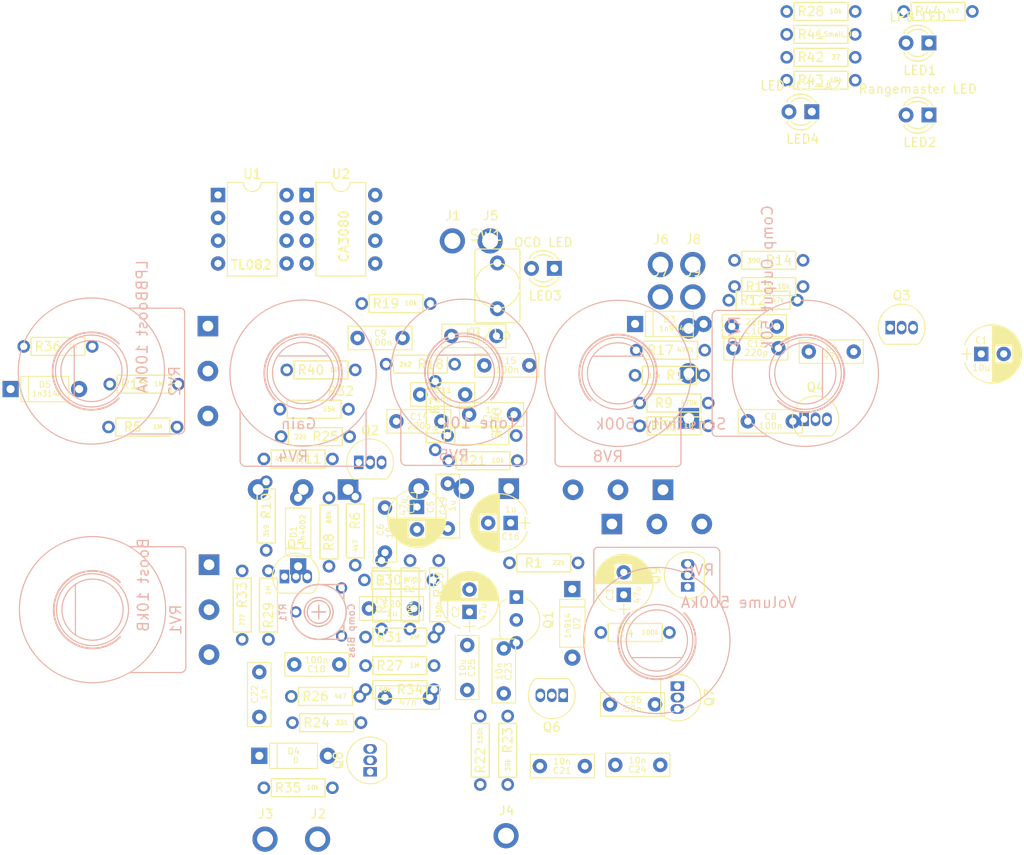
<source format=kicad_pcb>
(kicad_pcb (version 20171130) (host pcbnew "(5.0.1-3-g963ef8bb5)")
  (layers (0 F.Cu signal) (31 B.Cu signal) (34 B.Paste user) (35 F.Paste user) (36 B.SilkS user) (37 F.SilkS user) (38 B.Mask user) (39 F.Mask user) (44 Edge.Cuts user))
  (net 0 "")
  (net 1 +9V)
  (net 2 GND)
  (net 3 "Net-(C5-Pad1)")
  (net 4 "Net-(C6-Pad2)")
  (net 5 /+4.5V)
  (net 6 "Net-(C9-Pad2)")
  (net 7 "Net-(C11-Pad2)")
  (net 8 "Net-(C10-Pad1)")
  (net 9 "Net-(C11-Pad1)")
  (net 10 "Net-(C12-Pad1)")
  (net 11 "Net-(C13-Pad1)")
  (net 12 "Net-(C14-Pad1)")
  (net 13 "Net-(C16-Pad2)")
  (net 14 "Net-(C17-Pad1)")
  (net 15 "Net-(C18-Pad1)")
  (net 16 "Net-(C19-Pad1)")
  (net 17 "Net-(C20-Pad1)")
  (net 18 /+2.5V)
  (net 19 "Net-(C22-Pad2)")
  (net 20 "Net-(C23-Pad2)")
  (net 21 "Net-(C23-Pad1)")
  (net 22 "Net-(C24-Pad1)")
  (net 23 "Net-(C25-Pad1)")
  (net 24 "Net-(Q5-Pad2)")
  (net 25 "Net-(Q9-Pad3)")
  (net 26 "Net-(U2-Pad1)")
  (net 27 "Net-(U2-Pad8)")
  (net 28 /OCD/In)
  (net 29 /Rangemaster/In)
  (net 30 "Net-(C7-Pad1)")
  (net 31 /LPB/In)
  (net 32 "Net-(C8-Pad1)")
  (net 33 "Net-(C9-Pad1)")
  (net 34 "Net-(C14-Pad2)")
  (net 35 "Net-(C15-Pad1)")
  (net 36 "Net-(C17-Pad2)")
  (net 37 /DynaComp.sch/In)
  (net 38 "Net-(C19-Pad2)")
  (net 39 "Net-(C21-Pad1)")
  (net 40 "Net-(C24-Pad2)")
  (net 41 "Net-(C26-Pad1)")
  (net 42 "Net-(D4-Pad1)")
  (net 43 /LPB/SW)
  (net 44 /Rangemaster/SW)
  (net 45 /OCD/SW)
  (net 46 /DynaComp.sch/SW)
  (net 47 /LPB/Out)
  (net 48 "Net-(LED1-Pad1)")
  (net 49 "Net-(LED2-Pad1)")
  (net 50 "Net-(LED3-Pad1)")
  (net 51 "Net-(LED4-Pad1)")
  (net 52 "Net-(Q1-Pad3)")
  (net 53 "Net-(Q2-Pad1)")
  (net 54 "Net-(R16-Pad1)")
  (net 55 "Net-(R20-Pad2)")
  (net 56 "Net-(R21-Pad1)")
  (net 57 "Net-(R24-Pad1)")
  (net 58 "Net-(R30-Pad1)")
  (net 59 "Net-(R40-Pad1)")
  (net 60 "Net-(R42-Pad2)")
  (net 61 "Net-(R42-Pad1)")
  (module 4ms-footprints:Cap_Electrolytic_TH (layer F.Cu) (at 195.072 88.392)
    (fp_text reference C1 (at 0 -1.524) (layer F.SilkS) (effects (font (size 0.7 0.7) (thickness 0.1))))
    (fp_text value 10u (at 0 1.524) (layer F.SilkS) (effects (font (size 0.7 0.7) (thickness 0.1))))
    (pad 1 thru_hole rect (at 0 0) (size 1.6 1.6) (drill 0.8) (layers *.Cu *.Mask) (net 18 /+2.5V))
    (pad 2 thru_hole circle (at 2.5 0) (size 1.6 1.6) (drill 0.8) (layers *.Cu *.Mask) (net 2 GND))
  )
  (module 4ms-footprints:Cap_Electrolytic_TH (layer F.Cu) (at 155.321 115.189 90)
    (fp_text reference C3 (at 0 -1.524 90) (layer F.SilkS) (effects (font (size 0.7 0.7) (thickness 0.1))))
    (fp_text value 47u (at 0 1.524 90) (layer F.SilkS) (effects (font (size 0.7 0.7) (thickness 0.1))))
    (pad 2 thru_hole circle (at 2.5 0 90) (size 1.6 1.6) (drill 0.8) (layers *.Cu *.Mask) (net 2 GND))
    (pad 1 thru_hole rect (at 0 0 90) (size 1.6 1.6) (drill 0.8) (layers *.Cu *.Mask) (net 5 /+4.5V))
  )
  (module 4ms-footprints:Cap_Ceramic_TH (layer F.Cu) (at 175.895 88.138)
    (fp_text reference C4 (at 2.54 -0.508) (layer F.SilkS) (effects (font (size 0.7 0.7) (thickness 0.1))))
    (fp_text value 47n (at 2.54 0.508) (layer F.SilkS) (effects (font (size 0.7 0.7) (thickness 0.1))))
    (pad 2 thru_hole circle (at 5 0) (size 1.6 1.6) (drill 0.8) (layers *.Cu *.Mask) (net 5 /+4.5V))
    (pad 1 thru_hole circle (at 0 0) (size 1.6 1.6) (drill 0.8) (layers *.Cu *.Mask) (net 2 GND))
  )
  (module 4ms-footprints:Cap_Ceramic_TH (layer F.Cu) (at 128.778 110.49 90)
    (fp_text reference C6 (at 2.54 -0.508 90) (layer F.SilkS) (effects (font (size 0.7 0.7) (thickness 0.1))))
    (fp_text value 10n (at 2.54 0.508 90) (layer F.SilkS) (effects (font (size 0.7 0.7) (thickness 0.1))))
    (pad 1 thru_hole circle (at 0 0 90) (size 1.6 1.6) (drill 0.8) (layers *.Cu *.Mask) (net 28 /OCD/In))
    (pad 2 thru_hole circle (at 5 0 90) (size 1.6 1.6) (drill 0.8) (layers *.Cu *.Mask) (net 4 "Net-(C6-Pad2)"))
  )
  (module 4ms-footprints:Cap_Ceramic_TH (layer F.Cu) (at 136.164001 86.389001)
    (fp_text reference C7 (at 2.54 -0.508) (layer F.SilkS) (effects (font (size 0.7 0.7) (thickness 0.1))))
    (fp_text value 5n (at 2.54 0.508) (layer F.SilkS) (effects (font (size 0.7 0.7) (thickness 0.1))))
    (pad 2 thru_hole circle (at 5 0) (size 1.6 1.6) (drill 0.8) (layers *.Cu *.Mask) (net 29 /Rangemaster/In))
    (pad 1 thru_hole circle (at 0 0) (size 1.6 1.6) (drill 0.8) (layers *.Cu *.Mask) (net 30 "Net-(C7-Pad1)"))
  )
  (module 4ms-footprints:Cap_Ceramic_TH (layer F.Cu) (at 125.73 86.614)
    (fp_text reference C9 (at 2.54 -0.508) (layer F.SilkS) (effects (font (size 0.7 0.7) (thickness 0.1))))
    (fp_text value 100n (at 2.54 0.508) (layer F.SilkS) (effects (font (size 0.7 0.7) (thickness 0.1))))
    (pad 2 thru_hole circle (at 5 0) (size 1.6 1.6) (drill 0.8) (layers *.Cu *.Mask) (net 6 "Net-(C9-Pad2)"))
    (pad 1 thru_hole circle (at 0 0) (size 1.6 1.6) (drill 0.8) (layers *.Cu *.Mask) (net 33 "Net-(C9-Pad1)"))
  )
  (module 4ms-footprints:Cap_Ceramic_TH (layer F.Cu) (at 172.339 85.344 180)
    (fp_text reference C10 (at 2.54 -0.508 180) (layer F.SilkS) (effects (font (size 0.7 0.7) (thickness 0.1))))
    (fp_text value 22n (at 2.54 0.508 180) (layer F.SilkS) (effects (font (size 0.7 0.7) (thickness 0.1))))
    (pad 1 thru_hole circle (at 0 0 180) (size 1.6 1.6) (drill 0.8) (layers *.Cu *.Mask) (net 8 "Net-(C10-Pad1)"))
    (pad 2 thru_hole circle (at 5 0 180) (size 1.6 1.6) (drill 0.8) (layers *.Cu *.Mask) (net 28 /OCD/In))
  )
  (module 4ms-footprints:Cap_Ceramic_TH (layer F.Cu) (at 132.687001 92.906001)
    (fp_text reference C11 (at 2.54 -0.508) (layer F.SilkS) (effects (font (size 0.7 0.7) (thickness 0.1))))
    (fp_text value 68n (at 2.54 0.508) (layer F.SilkS) (effects (font (size 0.7 0.7) (thickness 0.1))))
    (pad 1 thru_hole circle (at 0 0) (size 1.6 1.6) (drill 0.8) (layers *.Cu *.Mask) (net 9 "Net-(C11-Pad1)"))
    (pad 2 thru_hole circle (at 5 0) (size 1.6 1.6) (drill 0.8) (layers *.Cu *.Mask) (net 7 "Net-(C11-Pad2)"))
  )
  (module 4ms-footprints:Cap_Ceramic_TH (layer F.Cu) (at 167.513 87.757)
    (fp_text reference C12 (at 2.54 -0.508) (layer F.SilkS) (effects (font (size 0.7 0.7) (thickness 0.1))))
    (fp_text value 220p (at 2.54 0.508) (layer F.SilkS) (effects (font (size 0.7 0.7) (thickness 0.1))))
    (pad 1 thru_hole circle (at 0 0) (size 1.6 1.6) (drill 0.8) (layers *.Cu *.Mask) (net 10 "Net-(C12-Pad1)"))
    (pad 2 thru_hole circle (at 5 0) (size 1.6 1.6) (drill 0.8) (layers *.Cu *.Mask) (net 9 "Net-(C11-Pad1)"))
  )
  (module 4ms-footprints:Cap_Ceramic_TH (layer F.Cu) (at 143.129 95.123 180)
    (fp_text reference C13 (at 2.54 -0.508 180) (layer F.SilkS) (effects (font (size 0.7 0.7) (thickness 0.1))))
    (fp_text value 1n (at 2.54 0.508 180) (layer F.SilkS) (effects (font (size 0.7 0.7) (thickness 0.1))))
    (pad 1 thru_hole circle (at 0 0 180) (size 1.6 1.6) (drill 0.8) (layers *.Cu *.Mask) (net 11 "Net-(C13-Pad1)"))
    (pad 2 thru_hole circle (at 5 0 180) (size 1.6 1.6) (drill 0.8) (layers *.Cu *.Mask) (net 5 /+4.5V))
  )
  (module 4ms-footprints:Cap_Ceramic_TH (layer F.Cu) (at 130.048 95.885)
    (fp_text reference C14 (at 2.54 -0.508) (layer F.SilkS) (effects (font (size 0.7 0.7) (thickness 0.1))))
    (fp_text value 220p (at 2.54 0.508) (layer F.SilkS) (effects (font (size 0.7 0.7) (thickness 0.1))))
    (pad 1 thru_hole circle (at 0 0) (size 1.6 1.6) (drill 0.8) (layers *.Cu *.Mask) (net 12 "Net-(C14-Pad1)"))
    (pad 2 thru_hole circle (at 5 0) (size 1.6 1.6) (drill 0.8) (layers *.Cu *.Mask) (net 34 "Net-(C14-Pad2)"))
  )
  (module 4ms-footprints:Cap_Ceramic_TH (layer F.Cu) (at 128.778 126.619)
    (fp_text reference C17 (at 2.921 -21.463 90) (layer F.SilkS) (effects (font (size 0.7 0.7) (thickness 0.1))))
    (fp_text value 47n (at 2.54 0.508) (layer F.SilkS) (effects (font (size 0.7 0.7) (thickness 0.1))))
    (pad 2 thru_hole circle (at 5 0) (size 1.6 1.6) (drill 0.8) (layers *.Cu *.Mask) (net 36 "Net-(C17-Pad2)"))
    (pad 1 thru_hole circle (at 0 0) (size 1.6 1.6) (drill 0.8) (layers *.Cu *.Mask) (net 14 "Net-(C17-Pad1)"))
  )
  (module 4ms-footprints:Cap_Ceramic_TH (layer F.Cu) (at 123.698 122.936 180)
    (fp_text reference C18 (at 2.54 -0.508 180) (layer F.SilkS) (effects (font (size 0.7 0.7) (thickness 0.1))))
    (fp_text value 100n (at 2.54 0.508 180) (layer F.SilkS) (effects (font (size 0.7 0.7) (thickness 0.1))))
    (pad 1 thru_hole circle (at 0 0 180) (size 1.6 1.6) (drill 0.8) (layers *.Cu *.Mask) (net 15 "Net-(C18-Pad1)"))
    (pad 2 thru_hole circle (at 5 0 180) (size 1.6 1.6) (drill 0.8) (layers *.Cu *.Mask) (net 37 /DynaComp.sch/In))
  )
  (module 4ms-footprints:Cap_Ceramic_TH (layer F.Cu) (at 135.763 107.823 90)
    (fp_text reference C19 (at 2.54 -0.508 90) (layer F.SilkS) (effects (font (size 0.7 0.7) (thickness 0.1))))
    (fp_text value 1u (at 2.54 0.508 90) (layer F.SilkS) (effects (font (size 0.7 0.7) (thickness 0.1))))
    (pad 2 thru_hole circle (at 5 0 90) (size 1.6 1.6) (drill 0.8) (layers *.Cu *.Mask) (net 38 "Net-(C19-Pad2)"))
    (pad 1 thru_hole circle (at 0 0 90) (size 1.6 1.6) (drill 0.8) (layers *.Cu *.Mask) (net 16 "Net-(C19-Pad1)"))
  )
  (module 4ms-footprints:Cap_Ceramic_TH (layer F.Cu) (at 127 116.713)
    (fp_text reference C20 (at 2.54 -0.508) (layer F.SilkS) (effects (font (size 0.7 0.7) (thickness 0.1))))
    (fp_text value 1u (at 2.54 0.508) (layer F.SilkS) (effects (font (size 0.7 0.7) (thickness 0.1))))
    (pad 1 thru_hole circle (at 0 0) (size 1.6 1.6) (drill 0.8) (layers *.Cu *.Mask) (net 17 "Net-(C20-Pad1)"))
    (pad 2 thru_hole circle (at 5 0) (size 1.6 1.6) (drill 0.8) (layers *.Cu *.Mask) (net 2 GND))
  )
  (module 4ms-footprints:Cap_Ceramic_TH (layer F.Cu) (at 151.003 134.239 180)
    (fp_text reference C21 (at 2.54 -0.508 180) (layer F.SilkS) (effects (font (size 0.7 0.7) (thickness 0.1))))
    (fp_text value 10n (at 2.54 0.508 180) (layer F.SilkS) (effects (font (size 0.7 0.7) (thickness 0.1))))
    (pad 1 thru_hole circle (at 0 0 180) (size 1.6 1.6) (drill 0.8) (layers *.Cu *.Mask) (net 39 "Net-(C21-Pad1)"))
    (pad 2 thru_hole circle (at 5 0 180) (size 1.6 1.6) (drill 0.8) (layers *.Cu *.Mask) (net 17 "Net-(C20-Pad1)"))
  )
  (module 4ms-footprints:Cap_Ceramic_TH (layer F.Cu) (at 114.808 128.778 90)
    (fp_text reference C22 (at 2.54 -0.508 90) (layer F.SilkS) (effects (font (size 0.7 0.7) (thickness 0.1))))
    (fp_text value 1n (at 2.54 0.508 90) (layer F.SilkS) (effects (font (size 0.7 0.7) (thickness 0.1))))
    (pad 1 thru_hole circle (at 0 0 90) (size 1.6 1.6) (drill 0.8) (layers *.Cu *.Mask) (net 18 /+2.5V))
    (pad 2 thru_hole circle (at 5 0 90) (size 1.6 1.6) (drill 0.8) (layers *.Cu *.Mask) (net 19 "Net-(C22-Pad2)"))
  )
  (module 4ms-footprints:Cap_Ceramic_TH (layer F.Cu) (at 141.986 121.158 270)
    (fp_text reference C23 (at 2.54 -0.508 270) (layer F.SilkS) (effects (font (size 0.7 0.7) (thickness 0.1))))
    (fp_text value 10n (at 2.54 0.508 270) (layer F.SilkS) (effects (font (size 0.7 0.7) (thickness 0.1))))
    (pad 2 thru_hole circle (at 5 0 270) (size 1.6 1.6) (drill 0.8) (layers *.Cu *.Mask) (net 20 "Net-(C23-Pad2)"))
    (pad 1 thru_hole circle (at 0 0 270) (size 1.6 1.6) (drill 0.8) (layers *.Cu *.Mask) (net 21 "Net-(C23-Pad1)"))
  )
  (module 4ms-footprints:Cap_Ceramic_TH (layer F.Cu) (at 159.385 134.112 180)
    (fp_text reference C24 (at 2.54 -0.508 180) (layer F.SilkS) (effects (font (size 0.7 0.7) (thickness 0.1))))
    (fp_text value 10n (at 2.54 0.508 180) (layer F.SilkS) (effects (font (size 0.7 0.7) (thickness 0.1))))
    (pad 2 thru_hole circle (at 5 0 180) (size 1.6 1.6) (drill 0.8) (layers *.Cu *.Mask) (net 40 "Net-(C24-Pad2)"))
    (pad 1 thru_hole circle (at 0 0 180) (size 1.6 1.6) (drill 0.8) (layers *.Cu *.Mask) (net 22 "Net-(C24-Pad1)"))
  )
  (module 4ms-footprints:Cap_Ceramic_TH (layer F.Cu) (at 137.922 120.777 270)
    (fp_text reference C25 (at 2.54 -0.508 270) (layer F.SilkS) (effects (font (size 0.7 0.7) (thickness 0.1))))
    (fp_text value 10u (at 2.54 0.508 270) (layer F.SilkS) (effects (font (size 0.7 0.7) (thickness 0.1))))
    (pad 1 thru_hole circle (at 0 0 270) (size 1.6 1.6) (drill 0.8) (layers *.Cu *.Mask) (net 23 "Net-(C25-Pad1)"))
    (pad 2 thru_hole circle (at 5 0 270) (size 1.6 1.6) (drill 0.8) (layers *.Cu *.Mask) (net 2 GND))
  )
  (module 4ms-footprints:Diode_BAT-85S_TH (layer F.Cu) (at 119.126 112.014 90)
    (fp_text reference D1 (at 3.81 -0.508 90) (layer F.SilkS) (effects (font (size 0.7 0.7) (thickness 0.1))))
    (fp_text value 1n4002 (at 4.064 0.508 90) (layer F.SilkS) (effects (font (size 0.6 0.6) (thickness 0.1))))
    (pad 2 thru_hole oval (at 7.62 0 90) (size 1.8 1.8) (drill 0.9) (layers *.Cu *.Mask) (net 2 GND))
    (pad 1 thru_hole rect (at 0 0 90) (size 1.8 1.8) (drill 0.9) (layers *.Cu *.Mask) (net 1 +9V))
  )
  (module 4ms-footprints:Diode_BAT-85S_TH (layer F.Cu) (at 149.606 114.554 270)
    (fp_text reference D2 (at 3.81 -0.508 270) (layer F.SilkS) (effects (font (size 0.7 0.7) (thickness 0.1))))
    (fp_text value 1n914 (at 4.064 0.508 270) (layer F.SilkS) (effects (font (size 0.6 0.6) (thickness 0.1))))
    (pad 1 thru_hole rect (at 0 0 270) (size 1.8 1.8) (drill 0.9) (layers *.Cu *.Mask) (net 21 "Net-(C23-Pad1)"))
    (pad 2 thru_hole oval (at 7.62 0 270) (size 1.8 1.8) (drill 0.9) (layers *.Cu *.Mask) (net 2 GND))
  )
  (module 4ms-footprints:Diode_BAT-85S_TH (layer F.Cu) (at 156.582917 85.055502)
    (fp_text reference D3 (at 3.81 -0.508) (layer F.SilkS) (effects (font (size 0.7 0.7) (thickness 0.1))))
    (fp_text value 1n914 (at 4.064 0.508) (layer F.SilkS) (effects (font (size 0.6 0.6) (thickness 0.1))))
    (pad 1 thru_hole rect (at 0 0) (size 1.8 1.8) (drill 0.9) (layers *.Cu *.Mask) (net 22 "Net-(C24-Pad1)"))
    (pad 2 thru_hole oval (at 7.62 0) (size 1.8 1.8) (drill 0.9) (layers *.Cu *.Mask) (net 2 GND))
  )
  (module 4ms-footprints:Diode_BAT-85S_TH (layer F.Cu) (at 114.808 133.096)
    (fp_text reference D4 (at 3.81 -0.508) (layer F.SilkS) (effects (font (size 0.7 0.7) (thickness 0.1))))
    (fp_text value D (at 4.064 0.508) (layer F.SilkS) (effects (font (size 0.6 0.6) (thickness 0.1))))
    (pad 2 thru_hole oval (at 7.62 0) (size 1.8 1.8) (drill 0.9) (layers *.Cu *.Mask) (net 11 "Net-(C13-Pad1)"))
    (pad 1 thru_hole rect (at 0 0) (size 1.8 1.8) (drill 0.9) (layers *.Cu *.Mask) (net 42 "Net-(D4-Pad1)"))
  )
  (module 4ms-footprints:Diode_BAT-85S_TH (layer F.Cu) (at 87.154001 92.303001)
    (fp_text reference D5 (at 3.81 -0.508) (layer F.SilkS) (effects (font (size 0.7 0.7) (thickness 0.1))))
    (fp_text value 1n314A (at 4.064 0.508) (layer F.SilkS) (effects (font (size 0.6 0.6) (thickness 0.1))))
    (pad 1 thru_hole rect (at 0 0) (size 1.8 1.8) (drill 0.9) (layers *.Cu *.Mask) (net 30 "Net-(C7-Pad1)"))
    (pad 2 thru_hole oval (at 7.62 0) (size 1.8 1.8) (drill 0.9) (layers *.Cu *.Mask) (net 3 "Net-(C5-Pad1)"))
  )
  (module Package_TO_SOT_THT:TO-92_Inline (layer F.Cu) (at 125.857 100.457)
    (fp_text reference Q2 (at 1.27 -3.56) (layer F.SilkS))
    (fp_text value GT404)
    (pad 2 thru_hole oval (at 1.27 0) (size 1.05 1.5) (drill 0.75) (layers *.Cu *.Mask) (net 30 "Net-(C7-Pad1)"))
    (pad 3 thru_hole oval (at 2.54 0) (size 1.05 1.5) (drill 0.75) (layers *.Cu *.Mask) (net 3 "Net-(C5-Pad1)"))
    (pad 1 thru_hole rect (at 0 0) (size 1.05 1.5) (drill 0.75) (layers *.Cu *.Mask) (net 53 "Net-(Q2-Pad1)"))
  )
  (module Package_TO_SOT_THT:TO-92_Inline (layer F.Cu) (at 184.946001 85.465001)
    (fp_text reference Q3 (at 1.27 -3.56) (layer F.SilkS))
    (fp_text value Q_NMOS_DGS)
    (pad 2 thru_hole oval (at 1.27 0) (size 1.05 1.5) (drill 0.75) (layers *.Cu *.Mask) (net 5 /+4.5V))
    (pad 3 thru_hole oval (at 2.54 0) (size 1.05 1.5) (drill 0.75) (layers *.Cu *.Mask) (net 42 "Net-(D4-Pad1)"))
    (pad 1 thru_hole rect (at 0 0) (size 1.05 1.5) (drill 0.75) (layers *.Cu *.Mask) (net 5 /+4.5V))
  )
  (module Package_TO_SOT_THT:TO-92_Inline (layer F.Cu) (at 175.376001 95.665001)
    (fp_text reference Q4 (at 1.27 -3.56) (layer F.SilkS))
    (fp_text value Q_NMOS_DGS)
    (pad 1 thru_hole rect (at 0 0) (size 1.05 1.5) (drill 0.75) (layers *.Cu *.Mask) (net 11 "Net-(C13-Pad1)"))
    (pad 3 thru_hole oval (at 2.54 0) (size 1.05 1.5) (drill 0.75) (layers *.Cu *.Mask) (net 5 /+4.5V))
    (pad 2 thru_hole oval (at 1.27 0) (size 1.05 1.5) (drill 0.75) (layers *.Cu *.Mask) (net 11 "Net-(C13-Pad1)"))
  )
  (module Package_TO_SOT_THT:TO-92_Inline (layer F.Cu) (at 117.602 113.157)
    (fp_text reference Q5 (at 1.27 -3.56) (layer F.SilkS))
    (fp_text value 2n3904)
    (pad 2 thru_hole oval (at 1.27 0) (size 1.05 1.5) (drill 0.75) (layers *.Cu *.Mask) (net 24 "Net-(Q5-Pad2)"))
    (pad 3 thru_hole oval (at 2.54 0) (size 1.05 1.5) (drill 0.75) (layers *.Cu *.Mask) (net 38 "Net-(C19-Pad2)"))
    (pad 1 thru_hole rect (at 0 0) (size 1.05 1.5) (drill 0.75) (layers *.Cu *.Mask) (net 1 +9V))
  )
  (module Package_TO_SOT_THT:TO-92_Inline (layer F.Cu) (at 148.59 126.365 180)
    (fp_text reference Q6 (at 1.27 -3.56 180) (layer F.SilkS))
    (fp_text value 2n3904)
    (pad 1 thru_hole rect (at 0 0 180) (size 1.05 1.5) (drill 0.75) (layers *.Cu *.Mask) (net 20 "Net-(C23-Pad2)"))
    (pad 3 thru_hole oval (at 2.54 0 180) (size 1.05 1.5) (drill 0.75) (layers *.Cu *.Mask) (net 40 "Net-(C24-Pad2)"))
    (pad 2 thru_hole oval (at 1.27 0 180) (size 1.05 1.5) (drill 0.75) (layers *.Cu *.Mask) (net 19 "Net-(C22-Pad2)"))
  )
  (module Package_TO_SOT_THT:TO-92_Inline (layer F.Cu) (at 161.29 125.349 270)
    (fp_text reference Q7 (at 1.27 -3.56 270) (layer F.SilkS))
    (fp_text value 2n3904)
    (pad 2 thru_hole oval (at 1.27 0 270) (size 1.05 1.5) (drill 0.75) (layers *.Cu *.Mask) (net 22 "Net-(C24-Pad1)"))
    (pad 3 thru_hole oval (at 2.54 0 270) (size 1.05 1.5) (drill 0.75) (layers *.Cu *.Mask) (net 2 GND))
    (pad 1 thru_hole rect (at 0 0 270) (size 1.05 1.5) (drill 0.75) (layers *.Cu *.Mask) (net 23 "Net-(C25-Pad1)"))
  )
  (module Package_TO_SOT_THT:TO-92_Inline (layer F.Cu) (at 127.127 134.874 90)
    (fp_text reference Q8 (at 1.27 -3.56 90) (layer F.SilkS))
    (fp_text value 2n3904)
    (pad 1 thru_hole rect (at 0 0 90) (size 1.05 1.5) (drill 0.75) (layers *.Cu *.Mask) (net 23 "Net-(C25-Pad1)"))
    (pad 3 thru_hole oval (at 2.54 0 90) (size 1.05 1.5) (drill 0.75) (layers *.Cu *.Mask) (net 2 GND))
    (pad 2 thru_hole oval (at 1.27 0 90) (size 1.05 1.5) (drill 0.75) (layers *.Cu *.Mask) (net 21 "Net-(C23-Pad1)"))
  )
  (module Package_TO_SOT_THT:TO-92_Inline (layer F.Cu) (at 162.433 114.3 90)
    (fp_text reference Q9 (at 1.27 -3.56 90) (layer F.SilkS))
    (fp_text value 2n3904)
    (pad 2 thru_hole oval (at 1.27 0 90) (size 1.05 1.5) (drill 0.75) (layers *.Cu *.Mask) (net 23 "Net-(C25-Pad1)"))
    (pad 3 thru_hole oval (at 2.54 0 90) (size 1.05 1.5) (drill 0.75) (layers *.Cu *.Mask) (net 25 "Net-(Q9-Pad3)"))
    (pad 1 thru_hole rect (at 0 0 90) (size 1.05 1.5) (drill 0.75) (layers *.Cu *.Mask) (net 1 +9V))
  )
  (module 4ms_Resistor:R_Axial_DIN0207_L6.3mm_D2.5mm_P7.62mm_Horizontal (layer F.Cu) (at 146.431 111.633)
    (fp_text reference R1 (at -1.125 0) (layer F.SilkS) (effects (font (size 1.016 1.016) (thickness 0.1524))))
    (fp_text value 22k (at 1.65 -0.025) (layer F.SilkS) (effects (font (size 0.508 0.508) (thickness 0.1016))))
    (pad 2 thru_hole circle (at 3.81 0) (size 1.397 1.397) (drill 0.8128) (layers *.Cu *.Mask) (net 2 GND))
    (pad 1 thru_hole circle (at -3.81 0) (size 1.397 1.397) (drill 0.8128) (layers *.Cu *.Mask) (net 18 /+2.5V))
  )
  (module 4ms_Resistor:R_Axial_DIN0207_L6.3mm_D2.5mm_P7.62mm_Horizontal (layer F.Cu) (at 128.397 115.189 90)
    (fp_text reference R2 (at -1.125 0 90) (layer F.SilkS) (effects (font (size 1.016 1.016) (thickness 0.1524))))
    (fp_text value 56k (at 1.65 -0.025 90) (layer F.SilkS) (effects (font (size 0.508 0.508) (thickness 0.1016))))
    (pad 1 thru_hole circle (at -3.81 0 90) (size 1.397 1.397) (drill 0.8128) (layers *.Cu *.Mask) (net 1 +9V))
    (pad 2 thru_hole circle (at 3.81 0 90) (size 1.397 1.397) (drill 0.8128) (layers *.Cu *.Mask) (net 18 /+2.5V))
  )
  (module 4ms_Resistor:R_Axial_DIN0207_L6.3mm_D2.5mm_P7.62mm_Horizontal (layer F.Cu) (at 131.572 115.189 270)
    (fp_text reference R3 (at -1.125 0 270) (layer F.SilkS) (effects (font (size 1.016 1.016) (thickness 0.1524))))
    (fp_text value 100k (at 1.65 -0.025 270) (layer F.SilkS) (effects (font (size 0.508 0.508) (thickness 0.1016))))
    (pad 2 thru_hole circle (at 3.81 0 270) (size 1.397 1.397) (drill 0.8128) (layers *.Cu *.Mask) (net 1 +9V))
    (pad 1 thru_hole circle (at -3.81 0 270) (size 1.397 1.397) (drill 0.8128) (layers *.Cu *.Mask) (net 5 /+4.5V))
  )
  (module 4ms_Resistor:R_Axial_DIN0207_L6.3mm_D2.5mm_P7.62mm_Horizontal (layer F.Cu) (at 156.591 119.38)
    (fp_text reference R4 (at -1.125 0) (layer F.SilkS) (effects (font (size 1.016 1.016) (thickness 0.1524))))
    (fp_text value 100k (at 1.65 -0.025) (layer F.SilkS) (effects (font (size 0.508 0.508) (thickness 0.1016))))
    (pad 1 thru_hole circle (at -3.81 0) (size 1.397 1.397) (drill 0.8128) (layers *.Cu *.Mask) (net 2 GND))
    (pad 2 thru_hole circle (at 3.81 0) (size 1.397 1.397) (drill 0.8128) (layers *.Cu *.Mask) (net 5 /+4.5V))
  )
  (module 4ms_Resistor:R_Axial_DIN0207_L6.3mm_D2.5mm_P7.62mm_Horizontal (layer F.Cu) (at 101.854 96.52)
    (fp_text reference R5 (at -1.125 0) (layer F.SilkS) (effects (font (size 1.016 1.016) (thickness 0.1524))))
    (fp_text value 1M (at 1.65 -0.025) (layer F.SilkS) (effects (font (size 0.508 0.508) (thickness 0.1016))))
    (pad 2 thru_hole circle (at 3.81 0) (size 1.397 1.397) (drill 0.8128) (layers *.Cu *.Mask) (net 2 GND))
    (pad 1 thru_hole circle (at -3.81 0) (size 1.397 1.397) (drill 0.8128) (layers *.Cu *.Mask) (net 28 /OCD/In))
  )
  (module 4ms_Resistor:R_Axial_DIN0207_L6.3mm_D2.5mm_P7.62mm_Horizontal (layer F.Cu) (at 125.476 108.077 270)
    (fp_text reference R6 (at -1.125 0 270) (layer F.SilkS) (effects (font (size 1.016 1.016) (thickness 0.1524))))
    (fp_text value 4k7 (at 1.65 -0.025 270) (layer F.SilkS) (effects (font (size 0.508 0.508) (thickness 0.1016))))
    (pad 1 thru_hole circle (at -3.81 0 270) (size 1.397 1.397) (drill 0.8128) (layers *.Cu *.Mask) (net 1 +9V))
    (pad 2 thru_hole circle (at 3.81 0 270) (size 1.397 1.397) (drill 0.8128) (layers *.Cu *.Mask) (net 49 "Net-(LED2-Pad1)"))
  )
  (module 4ms_Resistor:R_Axial_DIN0207_L6.3mm_D2.5mm_P7.62mm_Horizontal (layer F.Cu) (at 134.366 95.25 270)
    (fp_text reference R7 (at -1.125 0 270) (layer F.SilkS) (effects (font (size 1.016 1.016) (thickness 0.1524))))
    (fp_text value 1M (at 1.65 -0.025 270) (layer F.SilkS) (effects (font (size 0.508 0.508) (thickness 0.1016))))
    (pad 2 thru_hole circle (at 3.81 0 270) (size 1.397 1.397) (drill 0.8128) (layers *.Cu *.Mask) (net 2 GND))
    (pad 1 thru_hole circle (at -3.81 0 270) (size 1.397 1.397) (drill 0.8128) (layers *.Cu *.Mask) (net 29 /Rangemaster/In))
  )
  (module 4ms_Resistor:R_Axial_DIN0207_L6.3mm_D2.5mm_P7.62mm_Horizontal (layer F.Cu) (at 122.555 108.204 90)
    (fp_text reference R8 (at -1.125 0 90) (layer F.SilkS) (effects (font (size 1.016 1.016) (thickness 0.1524))))
    (fp_text value 68k (at 1.65 -0.025 90) (layer F.SilkS) (effects (font (size 0.508 0.508) (thickness 0.1016))))
    (pad 1 thru_hole circle (at -3.81 0 90) (size 1.397 1.397) (drill 0.8128) (layers *.Cu *.Mask) (net 30 "Net-(C7-Pad1)"))
    (pad 2 thru_hole circle (at 3.81 0 90) (size 1.397 1.397) (drill 0.8128) (layers *.Cu *.Mask) (net 2 GND))
  )
  (module 4ms_Resistor:R_Axial_DIN0207_L6.3mm_D2.5mm_P7.62mm_Horizontal (layer F.Cu) (at 160.909 93.853)
    (fp_text reference R9 (at -1.125 0) (layer F.SilkS) (effects (font (size 1.016 1.016) (thickness 0.1524))))
    (fp_text value 470k (at 1.65 -0.025) (layer F.SilkS) (effects (font (size 0.508 0.508) (thickness 0.1016))))
    (pad 2 thru_hole circle (at 3.81 0) (size 1.397 1.397) (drill 0.8128) (layers *.Cu *.Mask) (net 30 "Net-(C7-Pad1)"))
    (pad 1 thru_hole circle (at -3.81 0) (size 1.397 1.397) (drill 0.8128) (layers *.Cu *.Mask) (net 1 +9V))
  )
  (module 4ms_Resistor:R_Axial_DIN0207_L6.3mm_D2.5mm_P7.62mm_Horizontal (layer F.Cu) (at 115.57 106.426 270)
    (fp_text reference R10 (at -1.125 0 270) (layer F.SilkS) (effects (font (size 1.016 1.016) (thickness 0.1524))))
    (fp_text value 3k9 (at 1.65 -0.025 270) (layer F.SilkS) (effects (font (size 0.508 0.508) (thickness 0.1016))))
    (pad 2 thru_hole circle (at 3.81 0 270) (size 1.397 1.397) (drill 0.8128) (layers *.Cu *.Mask) (net 2 GND))
    (pad 1 thru_hole circle (at -3.81 0 270) (size 1.397 1.397) (drill 0.8128) (layers *.Cu *.Mask) (net 3 "Net-(C5-Pad1)"))
  )
  (module 4ms_Resistor:R_Axial_DIN0207_L6.3mm_D2.5mm_P7.62mm_Horizontal (layer F.Cu) (at 119.126 100.076 180)
    (fp_text reference R11 (at -1.125 0 180) (layer F.SilkS) (effects (font (size 1.016 1.016) (thickness 0.1524))))
    (fp_text value 470k (at 1.65 -0.025 180) (layer F.SilkS) (effects (font (size 0.508 0.508) (thickness 0.1016))))
    (pad 1 thru_hole circle (at -3.81 0 180) (size 1.397 1.397) (drill 0.8128) (layers *.Cu *.Mask) (net 32 "Net-(C8-Pad1)"))
    (pad 2 thru_hole circle (at 3.81 0 180) (size 1.397 1.397) (drill 0.8128) (layers *.Cu *.Mask) (net 1 +9V))
  )
  (module 4ms_Resistor:R_Axial_DIN0207_L6.3mm_D2.5mm_P7.62mm_Horizontal (layer F.Cu) (at 170.815 82.423)
    (fp_text reference R12 (at -1.125 0) (layer F.SilkS) (effects (font (size 1.016 1.016) (thickness 0.1524))))
    (fp_text value 47k (at 1.65 -0.025) (layer F.SilkS) (effects (font (size 0.508 0.508) (thickness 0.1016))))
    (pad 2 thru_hole circle (at 3.81 0) (size 1.397 1.397) (drill 0.8128) (layers *.Cu *.Mask) (net 2 GND))
    (pad 1 thru_hole circle (at -3.81 0) (size 1.397 1.397) (drill 0.8128) (layers *.Cu *.Mask) (net 32 "Net-(C8-Pad1)"))
  )
  (module 4ms_Resistor:R_Axial_DIN0207_L6.3mm_D2.5mm_P7.62mm_Horizontal (layer F.Cu) (at 171.45 80.899)
    (fp_text reference R13 (at -1.125 0) (layer F.SilkS) (effects (font (size 1.016 1.016) (thickness 0.1524))))
    (fp_text value 10k (at 1.65 -0.025) (layer F.SilkS) (effects (font (size 0.508 0.508) (thickness 0.1016))))
    (pad 1 thru_hole circle (at -3.81 0) (size 1.397 1.397) (drill 0.8128) (layers *.Cu *.Mask) (net 1 +9V))
    (pad 2 thru_hole circle (at 3.81 0) (size 1.397 1.397) (drill 0.8128) (layers *.Cu *.Mask) (net 6 "Net-(C9-Pad2)"))
  )
  (module 4ms_Resistor:R_Axial_DIN0207_L6.3mm_D2.5mm_P7.62mm_Horizontal (layer F.Cu) (at 171.45 77.978 180)
    (fp_text reference R14 (at -1.125 0 180) (layer F.SilkS) (effects (font (size 1.016 1.016) (thickness 0.1524))))
    (fp_text value 390 (at 1.65 -0.025 180) (layer F.SilkS) (effects (font (size 0.508 0.508) (thickness 0.1016))))
    (pad 2 thru_hole circle (at 3.81 0 180) (size 1.397 1.397) (drill 0.8128) (layers *.Cu *.Mask) (net 2 GND))
    (pad 1 thru_hole circle (at -3.81 0 180) (size 1.397 1.397) (drill 0.8128) (layers *.Cu *.Mask) (net 52 "Net-(Q1-Pad3)"))
  )
  (module 4ms_Resistor:R_Axial_DIN0207_L6.3mm_D2.5mm_P7.62mm_Horizontal (layer F.Cu) (at 101.997001 91.756001)
    (fp_text reference R15 (at -1.125 0) (layer F.SilkS) (effects (font (size 1.016 1.016) (thickness 0.1524))))
    (fp_text value 1M (at 1.65 -0.025) (layer F.SilkS) (effects (font (size 0.508 0.508) (thickness 0.1016))))
    (pad 1 thru_hole circle (at -3.81 0) (size 1.397 1.397) (drill 0.8128) (layers *.Cu *.Mask) (net 28 /OCD/In))
    (pad 2 thru_hole circle (at 3.81 0) (size 1.397 1.397) (drill 0.8128) (layers *.Cu *.Mask) (net 2 GND))
  )
  (module 4ms_Resistor:R_Axial_DIN0207_L6.3mm_D2.5mm_P7.62mm_Horizontal (layer F.Cu) (at 160.392917 90.770502 180)
    (fp_text reference R16 (at -1.125 0 180) (layer F.SilkS) (effects (font (size 1.016 1.016) (thickness 0.1524))))
    (fp_text value 10k (at 1.65 -0.025 180) (layer F.SilkS) (effects (font (size 0.508 0.508) (thickness 0.1016))))
    (pad 2 thru_hole circle (at 3.81 0 180) (size 1.397 1.397) (drill 0.8128) (layers *.Cu *.Mask) (net 8 "Net-(C10-Pad1)"))
    (pad 1 thru_hole circle (at -3.81 0 180) (size 1.397 1.397) (drill 0.8128) (layers *.Cu *.Mask) (net 54 "Net-(R16-Pad1)"))
  )
  (module 4ms_Resistor:R_Axial_DIN0207_L6.3mm_D2.5mm_P7.62mm_Horizontal (layer F.Cu) (at 160.519917 87.976502)
    (fp_text reference R17 (at -1.125 0) (layer F.SilkS) (effects (font (size 1.016 1.016) (thickness 0.1524))))
    (fp_text value 470k (at 1.65 -0.025) (layer F.SilkS) (effects (font (size 0.508 0.508) (thickness 0.1016))))
    (pad 1 thru_hole circle (at -3.81 0) (size 1.397 1.397) (drill 0.8128) (layers *.Cu *.Mask) (net 5 /+4.5V))
    (pad 2 thru_hole circle (at 3.81 0) (size 1.397 1.397) (drill 0.8128) (layers *.Cu *.Mask) (net 54 "Net-(R16-Pad1)"))
  )
  (module 4ms_Resistor:R_Axial_DIN0207_L6.3mm_D2.5mm_P7.62mm_Horizontal (layer F.Cu) (at 132.715 89.535 180)
    (fp_text reference R18 (at -1.125 0 180) (layer F.SilkS) (effects (font (size 1.016 1.016) (thickness 0.1524))))
    (fp_text value 2k2 (at 1.65 -0.025 180) (layer F.SilkS) (effects (font (size 0.508 0.508) (thickness 0.1016))))
    (pad 2 thru_hole circle (at 3.81 0 180) (size 1.397 1.397) (drill 0.8128) (layers *.Cu *.Mask) (net 2 GND))
    (pad 1 thru_hole circle (at -3.81 0 180) (size 1.397 1.397) (drill 0.8128) (layers *.Cu *.Mask) (net 7 "Net-(C11-Pad2)"))
  )
  (module 4ms_Resistor:R_Axial_DIN0207_L6.3mm_D2.5mm_P7.62mm_Horizontal (layer F.Cu) (at 130.004001 82.789001)
    (fp_text reference R19 (at -1.125 0) (layer F.SilkS) (effects (font (size 1.016 1.016) (thickness 0.1524))))
    (fp_text value 10k (at 1.65 -0.025) (layer F.SilkS) (effects (font (size 0.508 0.508) (thickness 0.1016))))
    (pad 1 thru_hole circle (at -3.81 0) (size 1.397 1.397) (drill 0.8128) (layers *.Cu *.Mask) (net 11 "Net-(C13-Pad1)"))
    (pad 2 thru_hole circle (at 3.81 0) (size 1.397 1.397) (drill 0.8128) (layers *.Cu *.Mask) (net 10 "Net-(C12-Pad1)"))
  )
  (module 4ms_Resistor:R_Axial_DIN0207_L6.3mm_D2.5mm_P7.62mm_Horizontal (layer F.Cu) (at 139.551444 97.47444)
    (fp_text reference R20 (at 1.694884 -1.673004 270) (layer F.SilkS) (effects (font (size 1.016 1.016) (thickness 0.1524))))
    (fp_text value 18k (at 1.65 -0.025) (layer F.SilkS) (effects (font (size 0.508 0.508) (thickness 0.1016))))
    (pad 1 thru_hole circle (at -3.81 0) (size 1.397 1.397) (drill 0.8128) (layers *.Cu *.Mask) (net 10 "Net-(C12-Pad1)"))
    (pad 2 thru_hole circle (at 3.81 0) (size 1.397 1.397) (drill 0.8128) (layers *.Cu *.Mask) (net 55 "Net-(R20-Pad2)"))
  )
  (module 4ms_Resistor:R_Axial_DIN0207_L6.3mm_D2.5mm_P7.62mm_Horizontal (layer F.Cu) (at 139.678444 100.26844)
    (fp_text reference R21 (at -1.125 0) (layer F.SilkS) (effects (font (size 1.016 1.016) (thickness 0.1524))))
    (fp_text value 10k (at 1.65 -0.025) (layer F.SilkS) (effects (font (size 0.508 0.508) (thickness 0.1016))))
    (pad 2 thru_hole circle (at 3.81 0) (size 1.397 1.397) (drill 0.8128) (layers *.Cu *.Mask) (net 11 "Net-(C13-Pad1)"))
    (pad 1 thru_hole circle (at -3.81 0) (size 1.397 1.397) (drill 0.8128) (layers *.Cu *.Mask) (net 56 "Net-(R21-Pad1)"))
  )
  (module 4ms_Resistor:R_Axial_DIN0207_L6.3mm_D2.5mm_P7.62mm_Horizontal (layer F.Cu) (at 139.375265 132.485063 90)
    (fp_text reference R22 (at -1.125 0 90) (layer F.SilkS) (effects (font (size 1.016 1.016) (thickness 0.1524))))
    (fp_text value 150k (at 1.65 -0.025 90) (layer F.SilkS) (effects (font (size 0.508 0.508) (thickness 0.1016))))
    (pad 1 thru_hole circle (at -3.81 0 90) (size 1.397 1.397) (drill 0.8128) (layers *.Cu *.Mask) (net 12 "Net-(C14-Pad1)"))
    (pad 2 thru_hole circle (at 3.81 0 90) (size 1.397 1.397) (drill 0.8128) (layers *.Cu *.Mask) (net 34 "Net-(C14-Pad2)"))
  )
  (module 4ms_Resistor:R_Axial_DIN0207_L6.3mm_D2.5mm_P7.62mm_Horizontal (layer F.Cu) (at 142.423265 132.485063 270)
    (fp_text reference R23 (at -1.125 0 270) (layer F.SilkS) (effects (font (size 1.016 1.016) (thickness 0.1524))))
    (fp_text value 39k (at 1.65 -0.025 270) (layer F.SilkS) (effects (font (size 0.508 0.508) (thickness 0.1016))))
    (pad 2 thru_hole circle (at 3.81 0 270) (size 1.397 1.397) (drill 0.8128) (layers *.Cu *.Mask) (net 2 GND))
    (pad 1 thru_hole circle (at -3.81 0 270) (size 1.397 1.397) (drill 0.8128) (layers *.Cu *.Mask) (net 35 "Net-(C15-Pad1)"))
  )
  (module 4ms_Resistor:R_Axial_DIN0207_L6.3mm_D2.5mm_P7.62mm_Horizontal (layer F.Cu) (at 122.301 129.413)
    (fp_text reference R24 (at -1.125 0) (layer F.SilkS) (effects (font (size 1.016 1.016) (thickness 0.1524))))
    (fp_text value 33k (at 1.65 -0.025) (layer F.SilkS) (effects (font (size 0.508 0.508) (thickness 0.1016))))
    (pad 2 thru_hole circle (at 3.81 0) (size 1.397 1.397) (drill 0.8128) (layers *.Cu *.Mask) (net 13 "Net-(C16-Pad2)"))
    (pad 1 thru_hole circle (at -3.81 0) (size 1.397 1.397) (drill 0.8128) (layers *.Cu *.Mask) (net 57 "Net-(R24-Pad1)"))
  )
  (module 4ms_Resistor:R_Axial_DIN0207_L6.3mm_D2.5mm_P7.62mm_Horizontal (layer F.Cu) (at 121.036716 97.593147 180)
    (fp_text reference R25 (at -1.125 0 180) (layer F.SilkS) (effects (font (size 1.016 1.016) (thickness 0.1524))))
    (fp_text value 22k (at 1.65 -0.025 180) (layer F.SilkS) (effects (font (size 0.508 0.508) (thickness 0.1016))))
    (pad 2 thru_hole circle (at 3.81 0 180) (size 1.397 1.397) (drill 0.8128) (layers *.Cu *.Mask) (net 13 "Net-(C16-Pad2)"))
    (pad 1 thru_hole circle (at -3.81 0 180) (size 1.397 1.397) (drill 0.8128) (layers *.Cu *.Mask) (net 14 "Net-(C17-Pad1)"))
  )
  (module 4ms_Resistor:R_Axial_DIN0207_L6.3mm_D2.5mm_P7.62mm_Horizontal (layer F.Cu) (at 122.174 126.492)
    (fp_text reference R26 (at -1.125 0) (layer F.SilkS) (effects (font (size 1.016 1.016) (thickness 0.1524))))
    (fp_text value 4k7 (at 1.65 -0.025) (layer F.SilkS) (effects (font (size 0.508 0.508) (thickness 0.1016))))
    (pad 1 thru_hole circle (at -3.81 0) (size 1.397 1.397) (drill 0.8128) (layers *.Cu *.Mask) (net 1 +9V))
    (pad 2 thru_hole circle (at 3.81 0) (size 1.397 1.397) (drill 0.8128) (layers *.Cu *.Mask) (net 50 "Net-(LED3-Pad1)"))
  )
  (module 4ms_Resistor:R_Axial_DIN0207_L6.3mm_D2.5mm_P7.62mm_Horizontal (layer F.Cu) (at 130.429 123.063)
    (fp_text reference R27 (at -1.125 0) (layer F.SilkS) (effects (font (size 1.016 1.016) (thickness 0.1524))))
    (fp_text value 1M (at 1.65 -0.025) (layer F.SilkS) (effects (font (size 0.508 0.508) (thickness 0.1016))))
    (pad 1 thru_hole circle (at -3.81 0) (size 1.397 1.397) (drill 0.8128) (layers *.Cu *.Mask) (net 24 "Net-(Q5-Pad2)"))
    (pad 2 thru_hole circle (at 3.81 0) (size 1.397 1.397) (drill 0.8128) (layers *.Cu *.Mask) (net 18 /+2.5V))
  )
  (module 4ms_Resistor:R_Axial_DIN0207_L6.3mm_D2.5mm_P7.62mm_Horizontal (layer F.Cu) (at 115.824 116.332 90)
    (fp_text reference R29 (at -1.125 0 90) (layer F.SilkS) (effects (font (size 1.016 1.016) (thickness 0.1524))))
    (fp_text value 1M (at 1.65 -0.025 90) (layer F.SilkS) (effects (font (size 0.508 0.508) (thickness 0.1016))))
    (pad 1 thru_hole circle (at -3.81 0 90) (size 1.397 1.397) (drill 0.8128) (layers *.Cu *.Mask) (net 16 "Net-(C19-Pad1)"))
    (pad 2 thru_hole circle (at 3.81 0 90) (size 1.397 1.397) (drill 0.8128) (layers *.Cu *.Mask) (net 2 GND))
  )
  (module 4ms_Resistor:R_Axial_DIN0207_L6.3mm_D2.5mm_P7.62mm_Horizontal (layer F.Cu) (at 130.302 113.538)
    (fp_text reference R30 (at -1.125 0) (layer F.SilkS) (effects (font (size 1.016 1.016) (thickness 0.1524))))
    (fp_text value 470k (at 1.65 -0.025) (layer F.SilkS) (effects (font (size 0.508 0.508) (thickness 0.1016))))
    (pad 2 thru_hole circle (at 3.81 0) (size 1.397 1.397) (drill 0.8128) (layers *.Cu *.Mask) (net 1 +9V))
    (pad 1 thru_hole circle (at -3.81 0) (size 1.397 1.397) (drill 0.8128) (layers *.Cu *.Mask) (net 58 "Net-(R30-Pad1)"))
  )
  (module 4ms_Resistor:R_Axial_DIN0207_L6.3mm_D2.5mm_P7.62mm_Horizontal (layer F.Cu) (at 130.429 119.888)
    (fp_text reference R31 (at -1.125 0) (layer F.SilkS) (effects (font (size 1.016 1.016) (thickness 0.1524))))
    (fp_text value 1M (at 1.65 -0.025) (layer F.SilkS) (effects (font (size 0.508 0.508) (thickness 0.1016))))
    (pad 1 thru_hole circle (at -3.81 0) (size 1.397 1.397) (drill 0.8128) (layers *.Cu *.Mask) (net 39 "Net-(C21-Pad1)"))
    (pad 2 thru_hole circle (at 3.81 0) (size 1.397 1.397) (drill 0.8128) (layers *.Cu *.Mask) (net 2 GND))
  )
  (module 4ms_Resistor:R_Axial_DIN0207_L6.3mm_D2.5mm_P7.62mm_Horizontal (layer F.Cu) (at 120.909716 94.545147)
    (fp_text reference R32 (at 2.939694 -2.004824 -180) (layer F.SilkS) (effects (font (size 1.016 1.016) (thickness 0.1524))))
    (fp_text value 15k (at 1.65 -0.025) (layer F.SilkS) (effects (font (size 0.508 0.508) (thickness 0.1016))))
    (pad 1 thru_hole circle (at -3.81 0) (size 1.397 1.397) (drill 0.8128) (layers *.Cu *.Mask) (net 39 "Net-(C21-Pad1)"))
    (pad 2 thru_hole circle (at 3.81 0) (size 1.397 1.397) (drill 0.8128) (layers *.Cu *.Mask) (net 17 "Net-(C20-Pad1)"))
  )
  (module 4ms_Resistor:R_Axial_DIN0207_L6.3mm_D2.5mm_P7.62mm_Horizontal (layer F.Cu) (at 112.903 116.332 270)
    (fp_text reference R33 (at -1.125 0 270) (layer F.SilkS) (effects (font (size 1.016 1.016) (thickness 0.1524))))
    (fp_text value ??? (at 1.65 -0.025 270) (layer F.SilkS) (effects (font (size 0.508 0.508) (thickness 0.1016))))
    (pad 2 thru_hole circle (at 3.81 0 270) (size 1.397 1.397) (drill 0.8128) (layers *.Cu *.Mask) (net 19 "Net-(C22-Pad2)"))
    (pad 1 thru_hole circle (at -3.81 0 270) (size 1.397 1.397) (drill 0.8128) (layers *.Cu *.Mask) (net 18 /+2.5V))
  )
  (module 4ms_Resistor:R_Axial_DIN0207_L6.3mm_D2.5mm_P7.62mm_Horizontal (layer F.Cu) (at 130.429 125.73 180)
    (fp_text reference R34 (at -1.125 0 180) (layer F.SilkS) (effects (font (size 1.016 1.016) (thickness 0.1524))))
    (fp_text value 10k (at 1.65 -0.025 180) (layer F.SilkS) (effects (font (size 0.508 0.508) (thickness 0.1016))))
    (pad 2 thru_hole circle (at 3.81 0 180) (size 1.397 1.397) (drill 0.8128) (layers *.Cu *.Mask) (net 20 "Net-(C23-Pad2)"))
    (pad 1 thru_hole circle (at -3.81 0 180) (size 1.397 1.397) (drill 0.8128) (layers *.Cu *.Mask) (net 1 +9V))
  )
  (module 4ms_Resistor:R_Axial_DIN0207_L6.3mm_D2.5mm_P7.62mm_Horizontal (layer F.Cu) (at 119.126 136.652)
    (fp_text reference R35 (at -1.125 0) (layer F.SilkS) (effects (font (size 1.016 1.016) (thickness 0.1524))))
    (fp_text value 10k (at 1.65 -0.025) (layer F.SilkS) (effects (font (size 0.508 0.508) (thickness 0.1016))))
    (pad 1 thru_hole circle (at -3.81 0) (size 1.397 1.397) (drill 0.8128) (layers *.Cu *.Mask) (net 40 "Net-(C24-Pad2)"))
    (pad 2 thru_hole circle (at 3.81 0) (size 1.397 1.397) (drill 0.8128) (layers *.Cu *.Mask) (net 2 GND))
  )
  (module 4ms_Resistor:R_Axial_DIN0207_L6.3mm_D2.5mm_P7.62mm_Horizontal (layer F.Cu) (at 92.427001 87.556001)
    (fp_text reference R36 (at -1.125 0) (layer F.SilkS) (effects (font (size 1.016 1.016) (thickness 0.1524))))
    (fp_text value 1M (at 1.65 -0.025) (layer F.SilkS) (effects (font (size 0.508 0.508) (thickness 0.1016))))
    (pad 1 thru_hole circle (at -3.81 0) (size 1.397 1.397) (drill 0.8128) (layers *.Cu *.Mask) (net 22 "Net-(C24-Pad1)"))
    (pad 2 thru_hole circle (at 3.81 0) (size 1.397 1.397) (drill 0.8128) (layers *.Cu *.Mask) (net 2 GND))
  )
  (module 4ms_Resistor:R_Axial_DIN0207_L6.3mm_D2.5mm_P7.62mm_Horizontal (layer F.Cu) (at 160.909 96.393)
    (fp_text reference R38 (at -1.125 0) (layer F.SilkS) (effects (font (size 1.016 1.016) (thickness 0.1524))))
    (fp_text value 1M (at 1.65 -0.025) (layer F.SilkS) (effects (font (size 0.508 0.508) (thickness 0.1016))))
    (pad 2 thru_hole circle (at 3.81 0) (size 1.397 1.397) (drill 0.8128) (layers *.Cu *.Mask) (net 2 GND))
    (pad 1 thru_hole circle (at -3.81 0) (size 1.397 1.397) (drill 0.8128) (layers *.Cu *.Mask) (net 21 "Net-(C23-Pad1)"))
  )
  (module 4ms_Resistor:R_Axial_DIN0207_L6.3mm_D2.5mm_P7.62mm_Horizontal (layer F.Cu) (at 134.747 115.189 270)
    (fp_text reference R39 (at -1.125 0 270) (layer F.SilkS) (effects (font (size 1.016 1.016) (thickness 0.1524))))
    (fp_text value 150k (at 1.65 -0.025 270) (layer F.SilkS) (effects (font (size 0.508 0.508) (thickness 0.1016))))
    (pad 1 thru_hole circle (at -3.81 0 270) (size 1.397 1.397) (drill 0.8128) (layers *.Cu *.Mask) (net 1 +9V))
    (pad 2 thru_hole circle (at 3.81 0 270) (size 1.397 1.397) (drill 0.8128) (layers *.Cu *.Mask) (net 23 "Net-(C25-Pad1)"))
  )
  (module 4ms_Resistor:R_Axial_DIN0207_L6.3mm_D2.5mm_P7.62mm_Horizontal (layer F.Cu) (at 121.666 90.17)
    (fp_text reference R40 (at -1.125 0) (layer F.SilkS) (effects (font (size 1.016 1.016) (thickness 0.1524))))
    (fp_text value 10k (at 1.65 -0.025) (layer F.SilkS) (effects (font (size 0.508 0.508) (thickness 0.1016))))
    (pad 1 thru_hole circle (at -3.81 0) (size 1.397 1.397) (drill 0.8128) (layers *.Cu *.Mask) (net 59 "Net-(R40-Pad1)"))
    (pad 2 thru_hole circle (at 3.81 0) (size 1.397 1.397) (drill 0.8128) (layers *.Cu *.Mask) (net 41 "Net-(C26-Pad1)"))
  )
  (module 4ms-footprints:Trim_Round_Black_Small (layer B.Cu) (at 121.412 117.094 270)
    (fp_text reference RT1 (at -1.016 3.556 270) (layer B.SilkS) (effects (font (size 0.75 0.75) (thickness 0.125)) (justify left bottom mirror)))
    (fp_text value "Comp Bias" (at -1.016 -4.064 270) (layer B.SilkS) (effects (font (size 0.75 0.75) (thickness 0.125)) (justify left bottom mirror)))
    (pad 2 thru_hole circle (at 0 2.54 270) (size 1.25 1.25) (drill 0.75) (layers *.Cu *.Mask) (net 58 "Net-(R30-Pad1)"))
    (pad 1 thru_hole circle (at -2.667 -2.54 270) (size 1.25 1.25) (drill 0.75) (layers *.Cu *.Mask) (net 39 "Net-(C21-Pad1)"))
    (pad 3 thru_hole circle (at 2.667 -2.54 270) (size 1.25 1.25) (drill 0.75) (layers *.Cu *.Mask) (net 16 "Net-(C19-Pad1)"))
  )
  (module 4ms_Potentiometer:Pot_16mm_NoDet_RV16AF-4A (layer B.Cu) (at 96.266 116.84 270)
    (fp_text reference RV1 (at 2.913 -8.551 270) (layer B.SilkS) (effects (font (size 1.2065 1.2065) (thickness 0.1524)) (justify right top mirror)))
    (fp_text value "Boost 10kB" (at 2.58 -4.93 270) (layer B.SilkS) (effects (font (size 1.2065 1.2065) (thickness 0.1524)) (justify right top mirror)))
    (pad 3 thru_hole circle (at 5 -12.954 180) (size 2.286 2.286) (drill 1.2) (layers *.Cu *.Mask) (net 53 "Net-(Q2-Pad1)"))
    (pad 2 thru_hole circle (at 0 -12.954 180) (size 2.286 2.286) (drill 1.2) (layers *.Cu *.Mask) (net 4 "Net-(C6-Pad2)") (clearance 0.254))
    (pad 1 thru_hole rect (at -5 -12.954 180) (size 2.286 2.286) (drill 1.2) (layers *.Cu *.Mask) (net 1 +9V))
  )
  (module 4ms_Potentiometer:Pot_16mm_NoDet_RV16AF-4A (layer B.Cu) (at 96.139 90.297 270)
    (fp_text reference RV2 (at 2.913 -8.551 270) (layer B.SilkS) (effects (font (size 1.2065 1.2065) (thickness 0.1524)) (justify right top mirror)))
    (fp_text value "LPBBoost 100kA" (at 2.58 -4.93 270) (layer B.SilkS) (effects (font (size 1.2065 1.2065) (thickness 0.1524)) (justify right top mirror)))
    (pad 1 thru_hole rect (at -5 -12.954 180) (size 2.286 2.286) (drill 1.2) (layers *.Cu *.Mask) (net 33 "Net-(C9-Pad1)"))
    (pad 2 thru_hole circle (at 0 -12.954 180) (size 2.286 2.286) (drill 1.2) (layers *.Cu *.Mask) (net 47 /LPB/Out) (clearance 0.254))
    (pad 3 thru_hole circle (at 5 -12.954 180) (size 2.286 2.286) (drill 1.2) (layers *.Cu *.Mask) (net 2 GND))
  )
  (module 4ms_Potentiometer:Pot_16mm_NoDet_RV16AF-4A (layer B.Cu) (at 119.673877 90.51954 180)
    (fp_text reference RV4 (at 2.913 -8.551 180) (layer B.SilkS) (effects (font (size 1.2065 1.2065) (thickness 0.1524)) (justify right top mirror)))
    (fp_text value Gain (at 2.58 -4.93 180) (layer B.SilkS) (effects (font (size 1.2065 1.2065) (thickness 0.1524)) (justify right top mirror)))
    (pad 3 thru_hole circle (at 5 -12.954 90) (size 2.286 2.286) (drill 1.2) (layers *.Cu *.Mask) (net 55 "Net-(R20-Pad2)"))
    (pad 2 thru_hole circle (at 0 -12.954 90) (size 2.286 2.286) (drill 1.2) (layers *.Cu *.Mask) (net 9 "Net-(C11-Pad1)") (clearance 0.254))
    (pad 1 thru_hole rect (at -5 -12.954 90) (size 2.286 2.286) (drill 1.2) (layers *.Cu *.Mask) (net 9 "Net-(C11-Pad1)"))
  )
  (module 4ms_Potentiometer:Pot_16mm_NoDet_RV16AF-4A (layer B.Cu) (at 137.541 90.424 180)
    (fp_text reference RV5 (at 2.913 -8.551 180) (layer B.SilkS) (effects (font (size 1.2065 1.2065) (thickness 0.1524)) (justify right top mirror)))
    (fp_text value "Tone 10k" (at 2.58 -4.93 180) (layer B.SilkS) (effects (font (size 1.2065 1.2065) (thickness 0.1524)) (justify right top mirror)))
    (pad 1 thru_hole rect (at -5 -12.954 90) (size 2.286 2.286) (drill 1.2) (layers *.Cu *.Mask) (net 2 GND))
    (pad 2 thru_hole circle (at 0 -12.954 90) (size 2.286 2.286) (drill 1.2) (layers *.Cu *.Mask) (net 36 "Net-(C17-Pad2)") (clearance 0.254))
    (pad 3 thru_hole circle (at 5 -12.954 90) (size 2.286 2.286) (drill 1.2) (layers *.Cu *.Mask) (net 36 "Net-(C17-Pad2)"))
  )
  (module 4ms_Potentiometer:Pot_16mm_NoDet_RV16AF-4A (layer B.Cu) (at 159.004 120.269)
    (fp_text reference RV6 (at 2.913 -8.551) (layer B.SilkS) (effects (font (size 1.2065 1.2065) (thickness 0.1524)) (justify right top mirror)))
    (fp_text value "Volume 500kA" (at 2.58 -4.93) (layer B.SilkS) (effects (font (size 1.2065 1.2065) (thickness 0.1524)) (justify right top mirror)))
    (pad 1 thru_hole rect (at -5 -12.954 270) (size 2.286 2.286) (drill 1.2) (layers *.Cu *.Mask) (net 14 "Net-(C17-Pad1)"))
    (pad 2 thru_hole circle (at 0 -12.954 270) (size 2.286 2.286) (drill 1.2) (layers *.Cu *.Mask) (net 31 /LPB/In) (clearance 0.254))
    (pad 3 thru_hole circle (at 5 -12.954 270) (size 2.286 2.286) (drill 1.2) (layers *.Cu *.Mask) (net 2 GND))
  )
  (module 4ms-footprints:DIP_8pin_TL072_TH (layer F.Cu) (at 110.218001 70.713001)
    (fp_text reference U1 (at 3.82 -2.324) (layer F.SilkS) (effects (font (size 1.016 1.016) (thickness 0.1905))))
    (fp_text value TL082 (at 3.700999 7.772999) (layer F.SilkS) (effects (font (size 1.016 1.016) (thickness 0.1905))))
    (pad 8 thru_hole oval (at 7.62 0) (size 1.6 1.6) (drill 0.8) (layers *.Cu *.Mask) (net 1 +9V))
    (pad 4 thru_hole oval (at 0 7.62) (size 1.6 1.6) (drill 0.8) (layers *.Cu *.Mask) (net 2 GND))
    (pad 7 thru_hole oval (at 7.62 2.54) (size 1.6 1.6) (drill 0.8) (layers *.Cu *.Mask) (net 12 "Net-(C14-Pad1)"))
    (pad 3 thru_hole oval (at 0 5.08) (size 1.6 1.6) (drill 0.8) (layers *.Cu *.Mask) (net 54 "Net-(R16-Pad1)"))
    (pad 6 thru_hole oval (at 7.62 5.08) (size 1.6 1.6) (drill 0.8) (layers *.Cu *.Mask) (net 34 "Net-(C14-Pad2)"))
    (pad 2 thru_hole oval (at 0 2.54) (size 1.6 1.6) (drill 0.8) (layers *.Cu *.Mask) (net 9 "Net-(C11-Pad1)"))
    (pad 5 thru_hole oval (at 7.62 7.62) (size 1.6 1.6) (drill 0.8) (layers *.Cu *.Mask) (net 56 "Net-(R21-Pad1)"))
    (pad 1 thru_hole rect (at 0 0) (size 1.6 1.6) (drill 0.8) (layers *.Cu *.Mask) (net 10 "Net-(C12-Pad1)"))
  )
  (module 4ms-footprints:DIP_8pin_TL072_TH (layer F.Cu) (at 120.068001 70.713001)
    (fp_text reference U2 (at 3.82 -2.324) (layer F.SilkS) (effects (font (size 1.016 1.016) (thickness 0.1905))))
    (fp_text value CA3080 (at 4.137999 4.597999 90) (layer F.SilkS) (effects (font (size 1.016 1.016) (thickness 0.1905))))
    (pad 1 thru_hole rect (at 0 0) (size 1.6 1.6) (drill 0.8) (layers *.Cu *.Mask) (net 26 "Net-(U2-Pad1)"))
    (pad 5 thru_hole oval (at 7.62 7.62) (size 1.6 1.6) (drill 0.8) (layers *.Cu *.Mask) (net 60 "Net-(R42-Pad2)"))
    (pad 2 thru_hole oval (at 0 2.54) (size 1.6 1.6) (drill 0.8) (layers *.Cu *.Mask) (net 16 "Net-(C19-Pad1)"))
    (pad 6 thru_hole oval (at 7.62 5.08) (size 1.6 1.6) (drill 0.8) (layers *.Cu *.Mask) (net 19 "Net-(C22-Pad2)"))
    (pad 3 thru_hole oval (at 0 5.08) (size 1.6 1.6) (drill 0.8) (layers *.Cu *.Mask) (net 39 "Net-(C21-Pad1)"))
    (pad 7 thru_hole oval (at 7.62 2.54) (size 1.6 1.6) (drill 0.8) (layers *.Cu *.Mask) (net 1 +9V))
    (pad 4 thru_hole oval (at 0 7.62) (size 1.6 1.6) (drill 0.8) (layers *.Cu *.Mask) (net 2 GND))
    (pad 8 thru_hole oval (at 7.62 0) (size 1.6 1.6) (drill 0.8) (layers *.Cu *.Mask) (net 27 "Net-(U2-Pad8)"))
  )
  (module 4ms-footprints:Cap_Electrolytic_TH (layer F.Cu) (at 138.176 117.094 90)
    (fp_text reference C2 (at 0 -1.524 90) (layer F.SilkS) (effects (font (size 0.7 0.7) (thickness 0.1))))
    (fp_text value 47u (at 0 1.524 90) (layer F.SilkS) (effects (font (size 0.7 0.7) (thickness 0.1))))
    (pad 1 thru_hole rect (at 0 0 90) (size 1.6 1.6) (drill 0.8) (layers *.Cu *.Mask) (net 1 +9V))
    (pad 2 thru_hole circle (at 2.5 0 90) (size 1.6 1.6) (drill 0.8) (layers *.Cu *.Mask) (net 2 GND))
  )
  (module 4ms-footprints:Cap_Electrolytic_TH (layer F.Cu) (at 132.334 105.41 270)
    (fp_text reference C5 (at 0 -1.524 270) (layer F.SilkS) (effects (font (size 0.7 0.7) (thickness 0.1))))
    (fp_text value 47u (at 0 1.524 270) (layer F.SilkS) (effects (font (size 0.7 0.7) (thickness 0.1))))
    (pad 1 thru_hole rect (at 0 0 270) (size 1.6 1.6) (drill 0.8) (layers *.Cu *.Mask) (net 3 "Net-(C5-Pad1)"))
    (pad 2 thru_hole circle (at 2.5 0 270) (size 1.6 1.6) (drill 0.8) (layers *.Cu *.Mask) (net 2 GND))
  )
  (module 4ms-footprints:Cap_Ceramic_TH (layer F.Cu) (at 169.116001 95.885001)
    (fp_text reference C8 (at 2.54 -0.508) (layer F.SilkS) (effects (font (size 0.7 0.7) (thickness 0.1))))
    (fp_text value 100n (at 2.54 0.508) (layer F.SilkS) (effects (font (size 0.7 0.7) (thickness 0.1))))
    (pad 2 thru_hole circle (at 5 0) (size 1.6 1.6) (drill 0.8) (layers *.Cu *.Mask) (net 31 /LPB/In))
    (pad 1 thru_hole circle (at 0 0) (size 1.6 1.6) (drill 0.8) (layers *.Cu *.Mask) (net 32 "Net-(C8-Pad1)"))
  )
  (module 4ms-footprints:Cap_Ceramic_TH (layer F.Cu) (at 139.827 89.662)
    (fp_text reference C15 (at 2.54 -0.508) (layer F.SilkS) (effects (font (size 0.7 0.7) (thickness 0.1))))
    (fp_text value 100n (at 2.54 0.508) (layer F.SilkS) (effects (font (size 0.7 0.7) (thickness 0.1))))
    (pad 1 thru_hole circle (at 0 0) (size 1.6 1.6) (drill 0.8) (layers *.Cu *.Mask) (net 35 "Net-(C15-Pad1)"))
    (pad 2 thru_hole circle (at 5 0) (size 1.6 1.6) (drill 0.8) (layers *.Cu *.Mask) (net 34 "Net-(C14-Pad2)"))
  )
  (module 4ms-footprints:Cap_Electrolytic_TH (layer F.Cu) (at 142.748 107.188 180)
    (fp_text reference C16 (at 0 -1.524 180) (layer F.SilkS) (effects (font (size 0.7 0.7) (thickness 0.1))))
    (fp_text value 1u (at 0 1.524 180) (layer F.SilkS) (effects (font (size 0.7 0.7) (thickness 0.1))))
    (pad 2 thru_hole circle (at 2.5 0 180) (size 1.6 1.6) (drill 0.8) (layers *.Cu *.Mask) (net 13 "Net-(C16-Pad2)"))
    (pad 1 thru_hole rect (at 0 0 180) (size 1.6 1.6) (drill 0.8) (layers *.Cu *.Mask) (net 12 "Net-(C14-Pad1)"))
  )
  (module 4ms-footprints:Cap_Ceramic_TH (layer F.Cu) (at 153.797 127.381)
    (fp_text reference C26 (at 2.54 -0.508) (layer F.SilkS) (effects (font (size 0.7 0.7) (thickness 0.1))))
    (fp_text value 50n (at 2.54 0.508) (layer F.SilkS) (effects (font (size 0.7 0.7) (thickness 0.1))))
    (pad 1 thru_hole circle (at 0 0) (size 1.6 1.6) (drill 0.8) (layers *.Cu *.Mask) (net 41 "Net-(C26-Pad1)"))
    (pad 2 thru_hole circle (at 5 0) (size 1.6 1.6) (drill 0.8) (layers *.Cu *.Mask) (net 40 "Net-(C24-Pad2)"))
  )
  (module 4ms_Connector:WireHole (layer F.Cu) (at 136.271 75.819)
    (fp_text reference J1 (at 0.075 -2.8) (layer F.SilkS))
    (fp_text value 9V)
    (pad 1 thru_hole circle (at 0 0) (size 2.8 2.8) (drill 1.778) (layers *.Cu *.Mask) (net 1 +9V))
  )
  (module 4ms_Connector:WireHole (layer F.Cu) (at 121.285 142.367)
    (fp_text reference J2 (at 0.075 -2.8) (layer F.SilkS))
    (fp_text value GND)
    (pad 1 thru_hole circle (at 0 0) (size 2.8 2.8) (drill 1.778) (layers *.Cu *.Mask) (net 2 GND))
  )
  (module 4ms_Connector:WireHole (layer F.Cu) (at 115.443 142.367)
    (fp_text reference J3 (at 0.075 -2.8) (layer F.SilkS))
    (fp_text value GND)
    (pad 1 thru_hole circle (at 0 0) (size 2.8 2.8) (drill 1.778) (layers *.Cu *.Mask) (net 2 GND))
  )
  (module 4ms_Connector:WireHole (layer F.Cu) (at 142.24 141.986)
    (fp_text reference J4 (at 0.075 -2.8) (layer F.SilkS))
    (fp_text value "PCB In")
    (pad 1 thru_hole circle (at 0 0) (size 2.8 2.8) (drill 1.778) (layers *.Cu *.Mask) (net 37 /DynaComp.sch/In))
  )
  (module 4ms_Connector:WireHole (layer F.Cu) (at 140.462 75.819)
    (fp_text reference J5 (at 0.075 -2.8) (layer F.SilkS))
    (fp_text value "LPB SW")
    (pad 1 thru_hole circle (at 0 0) (size 2.8 2.8) (drill 1.778) (layers *.Cu *.Mask) (net 43 /LPB/SW))
  )
  (module 4ms_Connector:WireHole (layer F.Cu) (at 159.399363 78.452182)
    (fp_text reference J6 (at 0.075 -2.8) (layer F.SilkS))
    (fp_text value "Rangemaster SW")
    (pad 1 thru_hole circle (at 0 0) (size 2.8 2.8) (drill 1.778) (layers *.Cu *.Mask) (net 44 /Rangemaster/SW))
  )
  (module 4ms_Connector:WireHole (layer F.Cu) (at 159.399363 82.052182)
    (fp_text reference J7 (at 0.075 -2.8) (layer F.SilkS))
    (fp_text value "OCD SW")
    (pad 1 thru_hole circle (at 0 0) (size 2.8 2.8) (drill 1.778) (layers *.Cu *.Mask) (net 45 /OCD/SW))
  )
  (module 4ms_Connector:WireHole (layer F.Cu) (at 162.999363 78.452182)
    (fp_text reference J8 (at 0.075 -2.8) (layer F.SilkS))
    (fp_text value "Comp SW")
    (pad 1 thru_hole circle (at 0 0) (size 2.8 2.8) (drill 1.778) (layers *.Cu *.Mask) (net 46 /DynaComp.sch/SW))
  )
  (module 4ms_Connector:WireHole (layer F.Cu) (at 162.999363 82.052182)
    (fp_text reference J9 (at 0.075 -2.8) (layer F.SilkS))
    (fp_text value "PCB Out")
    (pad 1 thru_hole circle (at 0 0) (size 2.8 2.8) (drill 1.778) (layers *.Cu *.Mask) (net 47 /LPB/Out))
  )
  (module 4ms-footprints:LED-C1-A2-3MM-VERT (layer F.Cu) (at 187.979001 53.797001)
    (fp_text reference LED1 (at 0.254 3.048) (layer F.SilkS))
    (fp_text value "LPB LED" (at 0.03 -2.9) (layer F.SilkS))
    (pad 2 thru_hole rect (at 1.27 0) (size 1.651 1.651) (drill 0.889) (layers *.Cu *.Mask) (net 43 /LPB/SW))
    (pad 1 thru_hole circle (at -1.27 0 90) (size 1.651 1.651) (drill 0.889) (layers *.Cu *.Mask) (net 48 "Net-(LED1-Pad1)"))
  )
  (module 4ms-footprints:LED-C1-A2-3MM-VERT (layer F.Cu) (at 187.979001 61.817001)
    (fp_text reference LED2 (at 0.254 3.048) (layer F.SilkS))
    (fp_text value "Rangemaster LED" (at 0.03 -2.9) (layer F.SilkS))
    (pad 1 thru_hole circle (at -1.27 0 90) (size 1.651 1.651) (drill 0.889) (layers *.Cu *.Mask) (net 49 "Net-(LED2-Pad1)"))
    (pad 2 thru_hole rect (at 1.27 0) (size 1.651 1.651) (drill 0.889) (layers *.Cu *.Mask) (net 44 /Rangemaster/SW))
  )
  (module 4ms-footprints:LED-C1-A2-3MM-VERT (layer F.Cu) (at 146.339001 78.877001)
    (fp_text reference LED3 (at 0.254 3.048) (layer F.SilkS))
    (fp_text value "OCD LED" (at 0.03 -2.9) (layer F.SilkS))
    (pad 1 thru_hole circle (at -1.27 0 90) (size 1.651 1.651) (drill 0.889) (layers *.Cu *.Mask) (net 50 "Net-(LED3-Pad1)"))
    (pad 2 thru_hole rect (at 1.27 0) (size 1.651 1.651) (drill 0.889) (layers *.Cu *.Mask) (net 45 /OCD/SW))
  )
  (module 4ms-footprints:LED-C1-A2-3MM-VERT (layer F.Cu) (at 174.959001 61.447001)
    (fp_text reference LED4 (at 0.254 3.048) (layer F.SilkS))
    (fp_text value LED-C1-A2 (at 0.03 -2.9) (layer F.SilkS))
    (pad 2 thru_hole rect (at 1.27 0) (size 1.651 1.651) (drill 0.889) (layers *.Cu *.Mask) (net 46 /DynaComp.sch/SW))
    (pad 1 thru_hole circle (at -1.27 0 90) (size 1.651 1.651) (drill 0.889) (layers *.Cu *.Mask) (net 51 "Net-(LED4-Pad1)"))
  )
  (module Package_TO_SOT_THT:TO-92_Inline_Wide (layer F.Cu) (at 143.383 115.443 270)
    (fp_text reference Q1 (at 2.54 -3.56 270) (layer F.SilkS))
    (fp_text value 2n5088)
    (pad 2 thru_hole circle (at 2.54 0) (size 1.5 1.5) (drill 0.8) (layers *.Cu *.Mask) (net 32 "Net-(C8-Pad1)"))
    (pad 3 thru_hole circle (at 5.08 0) (size 1.5 1.5) (drill 0.8) (layers *.Cu *.Mask) (net 52 "Net-(Q1-Pad3)"))
    (pad 1 thru_hole rect (at 0 0) (size 1.5 1.5) (drill 0.8) (layers *.Cu *.Mask) (net 6 "Net-(C9-Pad2)"))
  )
  (module 4ms_Resistor:R_Axial_DIN0207_L6.3mm_D2.5mm_P7.62mm_Horizontal (layer F.Cu) (at 177.249001 50.297001)
    (fp_text reference R28 (at -1.125 0) (layer F.SilkS) (effects (font (size 1.016 1.016) (thickness 0.1524))))
    (fp_text value 10k (at 1.65 -0.025) (layer F.SilkS) (effects (font (size 0.508 0.508) (thickness 0.1016))))
    (pad 1 thru_hole circle (at -3.81 0) (size 1.397 1.397) (drill 0.8128) (layers *.Cu *.Mask) (net 38 "Net-(C19-Pad2)"))
    (pad 2 thru_hole circle (at 3.81 0) (size 1.397 1.397) (drill 0.8128) (layers *.Cu *.Mask) (net 2 GND))
  )
  (module 4ms_Resistor:R_Axial_DIN0207_L6.3mm_D2.5mm_P7.62mm_Horizontal (layer F.Cu) (at 177.249001 52.847001)
    (fp_text reference R41 (at -1.125 0) (layer F.SilkS) (effects (font (size 1.016 1.016) (thickness 0.1524))))
    (fp_text value R_Small_US (at 1.65 -0.025) (layer F.SilkS) (effects (font (size 0.508 0.508) (thickness 0.1016))))
    (pad 2 thru_hole circle (at 3.81 0) (size 1.397 1.397) (drill 0.8128) (layers *.Cu *.Mask) (net 51 "Net-(LED4-Pad1)"))
    (pad 1 thru_hole circle (at -3.81 0) (size 1.397 1.397) (drill 0.8128) (layers *.Cu *.Mask) (net 1 +9V))
  )
  (module 4ms_Resistor:R_Axial_DIN0207_L6.3mm_D2.5mm_P7.62mm_Horizontal (layer F.Cu) (at 177.249001 55.397001)
    (fp_text reference R42 (at -1.125 0) (layer F.SilkS) (effects (font (size 1.016 1.016) (thickness 0.1524))))
    (fp_text value 37 (at 1.65 -0.025) (layer F.SilkS) (effects (font (size 0.508 0.508) (thickness 0.1016))))
    (pad 2 thru_hole circle (at 3.81 0) (size 1.397 1.397) (drill 0.8128) (layers *.Cu *.Mask) (net 60 "Net-(R42-Pad2)"))
    (pad 1 thru_hole circle (at -3.81 0) (size 1.397 1.397) (drill 0.8128) (layers *.Cu *.Mask) (net 61 "Net-(R42-Pad1)"))
  )
  (module 4ms_Resistor:R_Axial_DIN0207_L6.3mm_D2.5mm_P7.62mm_Horizontal (layer F.Cu) (at 177.249001 57.947001)
    (fp_text reference R43 (at -1.125 0) (layer F.SilkS) (effects (font (size 1.016 1.016) (thickness 0.1524))))
    (fp_text value 10k (at 1.65 -0.025) (layer F.SilkS) (effects (font (size 0.508 0.508) (thickness 0.1016))))
    (pad 1 thru_hole circle (at -3.81 0) (size 1.397 1.397) (drill 0.8128) (layers *.Cu *.Mask) (net 24 "Net-(Q5-Pad2)"))
    (pad 2 thru_hole circle (at 3.81 0) (size 1.397 1.397) (drill 0.8128) (layers *.Cu *.Mask) (net 15 "Net-(C18-Pad1)"))
  )
  (module 4ms_Resistor:R_Axial_DIN0207_L6.3mm_D2.5mm_P7.62mm_Horizontal (layer F.Cu) (at 190.269001 50.297001)
    (fp_text reference R44 (at -1.125 0) (layer F.SilkS) (effects (font (size 1.016 1.016) (thickness 0.1524))))
    (fp_text value 4k7 (at 1.65 -0.025) (layer F.SilkS) (effects (font (size 0.508 0.508) (thickness 0.1016))))
    (pad 1 thru_hole circle (at -3.81 0) (size 1.397 1.397) (drill 0.8128) (layers *.Cu *.Mask) (net 1 +9V))
    (pad 2 thru_hole circle (at 3.81 0) (size 1.397 1.397) (drill 0.8128) (layers *.Cu *.Mask) (net 48 "Net-(LED1-Pad1)"))
  )
  (module 4ms_Potentiometer:Pot_16mm_NoDet_RV16AF-4A (layer B.Cu) (at 154.686 90.551 180)
    (fp_text reference RV8 (at 2.913 -8.551 180) (layer B.SilkS) (effects (font (size 1.2065 1.2065) (thickness 0.1524)) (justify right top mirror)))
    (fp_text value "Sensitivity 500k" (at 2.58 -4.93 180) (layer B.SilkS) (effects (font (size 1.2065 1.2065) (thickness 0.1524)) (justify right top mirror)))
    (pad 1 thru_hole rect (at -5 -12.954 90) (size 2.286 2.286) (drill 1.2) (layers *.Cu *.Mask) (net 25 "Net-(Q9-Pad3)"))
    (pad 2 thru_hole circle (at 0 -12.954 90) (size 2.286 2.286) (drill 1.2) (layers *.Cu *.Mask) (net 25 "Net-(Q9-Pad3)") (clearance 0.254))
    (pad 3 thru_hole circle (at 5 -12.954 90) (size 2.286 2.286) (drill 1.2) (layers *.Cu *.Mask) (net 61 "Net-(R42-Pad1)"))
  )
  (module 4ms_Potentiometer:Pot_16mm_NoDet_RV16AF-4A (layer B.Cu) (at 175.514 90.551 90)
    (fp_text reference RV9 (at 2.913 -8.551 90) (layer B.SilkS) (effects (font (size 1.2065 1.2065) (thickness 0.1524)) (justify right top mirror)))
    (fp_text value "Comp Output 50k" (at 2.58 -4.93 90) (layer B.SilkS) (effects (font (size 1.2065 1.2065) (thickness 0.1524)) (justify right top mirror)))
    (pad 3 thru_hole circle (at 5 -12.954) (size 2.286 2.286) (drill 1.2) (layers *.Cu *.Mask) (net 2 GND))
    (pad 2 thru_hole circle (at 0 -12.954) (size 2.286 2.286) (drill 1.2) (layers *.Cu *.Mask) (net 29 /Rangemaster/In) (clearance 0.254))
    (pad 1 thru_hole rect (at -5 -12.954) (size 2.286 2.286) (drill 1.2) (layers *.Cu *.Mask) (net 59 "Net-(R40-Pad1)"))
  )
  (module 4ms-footprints:SPST-SUB (layer F.Cu) (at 141.274397 80.820372)
    (fp_text reference SW1 (at -3.21 -4.92) (layer F.SilkS) (effects (font (size 1.2065 1.2065) (thickness 0.1524)) (justify left bottom)))
    (fp_text value Hi/Lo (at -3.71 6.09) (layer F.SilkS) (effects (font (size 1.2065 1.2065) (thickness 0.1524)) (justify left bottom)))
    (pad 1 thru_hole circle (at 0 -2.54) (size 1.651 1.651) (drill 0.889) (layers *.Cu *.Mask) (net 57 "Net-(R24-Pad1)"))
    (pad 2 thru_hole circle (at 0 2.54) (size 1.651 1.651) (drill 0.889) (layers *.Cu *.Mask) (net 14 "Net-(C17-Pad1)"))
  )
)
</source>
